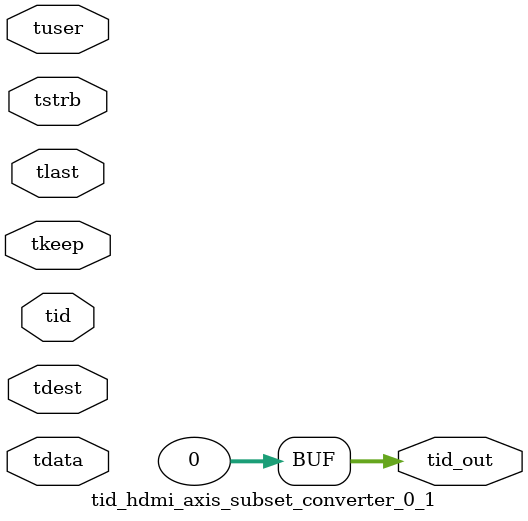
<source format=v>


`timescale 1ps/1ps

module tid_hdmi_axis_subset_converter_0_1 #
(
parameter C_S_AXIS_TID_WIDTH   = 1,
parameter C_S_AXIS_TUSER_WIDTH = 0,
parameter C_S_AXIS_TDATA_WIDTH = 0,
parameter C_S_AXIS_TDEST_WIDTH = 0,
parameter C_M_AXIS_TID_WIDTH   = 32
)
(
input  [(C_S_AXIS_TID_WIDTH   == 0 ? 1 : C_S_AXIS_TID_WIDTH)-1:0       ] tid,
input  [(C_S_AXIS_TDATA_WIDTH == 0 ? 1 : C_S_AXIS_TDATA_WIDTH)-1:0     ] tdata,
input  [(C_S_AXIS_TUSER_WIDTH == 0 ? 1 : C_S_AXIS_TUSER_WIDTH)-1:0     ] tuser,
input  [(C_S_AXIS_TDEST_WIDTH == 0 ? 1 : C_S_AXIS_TDEST_WIDTH)-1:0     ] tdest,
input  [(C_S_AXIS_TDATA_WIDTH/8)-1:0 ] tkeep,
input  [(C_S_AXIS_TDATA_WIDTH/8)-1:0 ] tstrb,
input                                                                    tlast,
output [(C_M_AXIS_TID_WIDTH   == 0 ? 1 : C_M_AXIS_TID_WIDTH)-1:0       ] tid_out
);

assign tid_out = {1'b0};

endmodule


</source>
